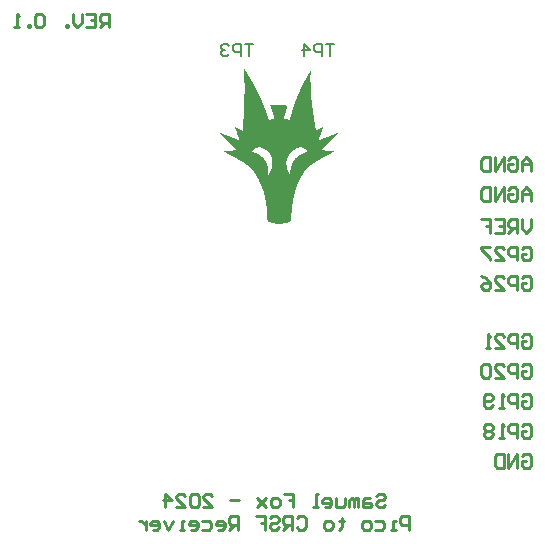
<source format=gbo>
G04*
G04 #@! TF.GenerationSoftware,Altium Limited,Altium Designer,24.1.2 (44)*
G04*
G04 Layer_Color=32896*
%FSLAX25Y25*%
%MOIN*%
G70*
G04*
G04 #@! TF.SameCoordinates,C804618F-CC2D-40EB-8674-F133FD29D43B*
G04*
G04*
G04 #@! TF.FilePolarity,Positive*
G04*
G01*
G75*
%ADD14C,0.00900*%
%ADD15C,0.00800*%
G36*
X87500Y170000D02*
X87545D01*
Y169909D01*
X87590D01*
Y169864D01*
X87636D01*
Y169774D01*
X87681D01*
Y169728D01*
X87726D01*
Y169638D01*
X87772D01*
Y169547D01*
X87817D01*
Y169502D01*
X87862D01*
Y169411D01*
X87907D01*
Y169321D01*
X87953D01*
Y169230D01*
X87998D01*
Y169185D01*
X88043D01*
Y169095D01*
X88089D01*
Y169004D01*
X88134D01*
Y168959D01*
X88179D01*
Y168868D01*
X88224D01*
Y168823D01*
X88270D01*
Y168732D01*
X88315D01*
Y168642D01*
X88360D01*
Y168596D01*
X88406D01*
Y168506D01*
X88451D01*
Y168461D01*
X88496D01*
Y168325D01*
X88541D01*
Y168280D01*
X88587D01*
Y168189D01*
X88632D01*
Y168098D01*
X88677D01*
Y168053D01*
X88722D01*
Y167963D01*
X88768D01*
Y167917D01*
X88813D01*
Y167781D01*
X88858D01*
Y167736D01*
X88904D01*
Y167691D01*
X88949D01*
Y167555D01*
X88994D01*
Y167510D01*
X89039D01*
Y167419D01*
X89085D01*
Y167329D01*
X89130D01*
Y167283D01*
X89175D01*
Y167193D01*
X89220D01*
Y167102D01*
X89266D01*
Y167012D01*
X89311D01*
Y166966D01*
X89356D01*
Y166876D01*
X89402D01*
Y166785D01*
X89447D01*
Y166740D01*
X89492D01*
Y166649D01*
X89538D01*
Y166559D01*
X89583D01*
Y166468D01*
X89628D01*
Y166423D01*
X89673D01*
Y166333D01*
X89719D01*
Y166242D01*
X89764D01*
Y166197D01*
X89809D01*
Y166106D01*
X89854D01*
Y166016D01*
X89900D01*
Y165925D01*
X89945D01*
Y165834D01*
X89990D01*
Y165789D01*
X90035D01*
Y165699D01*
X90081D01*
Y165608D01*
X90126D01*
Y165518D01*
X90171D01*
Y165472D01*
X90217D01*
Y165382D01*
X90262D01*
Y165291D01*
X90307D01*
Y165246D01*
X90352D01*
Y165110D01*
X90398D01*
Y165065D01*
X90443D01*
Y164974D01*
X90488D01*
Y164884D01*
X90534D01*
Y164793D01*
X90579D01*
Y164703D01*
X90624D01*
Y164657D01*
X90669D01*
Y164567D01*
X90715D01*
Y164476D01*
X90760D01*
Y164386D01*
X90805D01*
Y164295D01*
X90851D01*
Y164250D01*
X90896D01*
Y164159D01*
X90941D01*
Y164069D01*
X90986D01*
Y163978D01*
X91032D01*
Y163888D01*
X91077D01*
Y163842D01*
X91122D01*
Y163707D01*
X91167D01*
Y163661D01*
X91213D01*
Y163525D01*
X91258D01*
Y163480D01*
X91303D01*
Y163390D01*
X91348D01*
Y163299D01*
X91394D01*
Y163254D01*
X91439D01*
Y163118D01*
X91484D01*
Y163073D01*
X91530D01*
Y162937D01*
X91575D01*
Y162891D01*
X91620D01*
Y162801D01*
X91666D01*
Y162710D01*
X91711D01*
Y162620D01*
X91756D01*
Y162529D01*
X91801D01*
Y162439D01*
X91847D01*
Y162348D01*
X91892D01*
Y162258D01*
X91937D01*
Y162167D01*
X91982D01*
Y162076D01*
X92028D01*
Y161986D01*
X92073D01*
Y161895D01*
X92118D01*
Y161805D01*
X92163D01*
Y161714D01*
X92209D01*
Y161624D01*
X92254D01*
Y161533D01*
X92299D01*
Y161443D01*
X92345D01*
Y161352D01*
X92390D01*
Y161262D01*
X92435D01*
Y161171D01*
X92480D01*
Y161081D01*
X92526D01*
Y160945D01*
X92571D01*
Y160899D01*
X92616D01*
Y160764D01*
X92662D01*
Y160718D01*
X92707D01*
Y160628D01*
X92752D01*
Y160492D01*
X92797D01*
Y160447D01*
X92843D01*
Y160311D01*
X92888D01*
Y160220D01*
X92933D01*
Y160130D01*
X92979D01*
Y159994D01*
X93024D01*
Y159949D01*
X93069D01*
Y159813D01*
X93114D01*
Y159722D01*
X93160D01*
Y159632D01*
X93205D01*
Y159541D01*
X93250D01*
Y159450D01*
X93295D01*
Y159315D01*
X93341D01*
Y159224D01*
X93386D01*
Y159088D01*
X93431D01*
Y158998D01*
X93476D01*
Y158907D01*
X93522D01*
Y158771D01*
X93567D01*
Y158726D01*
X93612D01*
Y158590D01*
X93658D01*
Y158500D01*
X93703D01*
Y158364D01*
X93748D01*
Y158273D01*
X93793D01*
Y158183D01*
X93839D01*
Y158047D01*
X93884D01*
Y157956D01*
X93929D01*
Y157820D01*
X93975D01*
Y157730D01*
X94020D01*
Y157594D01*
X94065D01*
Y157504D01*
X94110D01*
Y157413D01*
X94156D01*
Y157232D01*
X94201D01*
Y157187D01*
X94246D01*
Y157006D01*
X94292D01*
Y156915D01*
X94337D01*
Y156824D01*
X94382D01*
Y156643D01*
X94427D01*
Y156598D01*
X94473D01*
Y156417D01*
X94518D01*
Y156326D01*
X94563D01*
Y156191D01*
X94608D01*
Y156055D01*
X94654D01*
Y155964D01*
X94699D01*
Y155783D01*
X94744D01*
Y155693D01*
X94790D01*
Y155557D01*
X94835D01*
Y155421D01*
X94880D01*
Y155330D01*
X94925D01*
Y155149D01*
X94971D01*
Y155059D01*
X95016D01*
Y154877D01*
X95061D01*
Y154787D01*
X95107D01*
Y154651D01*
X95152D01*
Y154470D01*
X95197D01*
Y154379D01*
X95242D01*
Y154198D01*
X95288D01*
Y154108D01*
X95333D01*
Y153927D01*
X95378D01*
Y153791D01*
X95424D01*
Y153655D01*
X95469D01*
Y153474D01*
X95514D01*
Y153338D01*
X95559D01*
Y153157D01*
X95605D01*
Y153021D01*
X95650D01*
Y152840D01*
X95695D01*
Y152750D01*
X95921D01*
Y152795D01*
X96057D01*
Y152840D01*
X96284D01*
Y152885D01*
X96374D01*
Y152931D01*
X96601D01*
Y152976D01*
X96737D01*
Y153021D01*
X96872D01*
Y153067D01*
X97099D01*
Y153112D01*
X97189D01*
Y153157D01*
X97416D01*
Y153202D01*
X97506D01*
Y153248D01*
X97597D01*
Y153293D01*
X97642D01*
Y153429D01*
X97597D01*
Y153610D01*
X97552D01*
Y153700D01*
X97506D01*
Y153927D01*
X97461D01*
Y154017D01*
X97416D01*
Y154244D01*
X97370D01*
Y154334D01*
X97325D01*
Y154515D01*
X97280D01*
Y154651D01*
X97234D01*
Y154742D01*
X97189D01*
Y154968D01*
X97144D01*
Y155059D01*
X97099D01*
Y155240D01*
X97053D01*
Y155376D01*
X97008D01*
Y155466D01*
X96963D01*
Y155647D01*
X96918D01*
Y155738D01*
X96872D01*
Y155919D01*
X96827D01*
Y156009D01*
X96782D01*
Y156145D01*
X96737D01*
Y156281D01*
X96691D01*
Y156372D01*
X96646D01*
Y156553D01*
X96601D01*
Y156643D01*
X96555D01*
Y156779D01*
X96510D01*
Y156915D01*
X96465D01*
Y157006D01*
X96420D01*
Y157187D01*
X96374D01*
Y157232D01*
X96329D01*
Y157413D01*
X96284D01*
Y157504D01*
X96238D01*
Y157594D01*
X96374D01*
Y157639D01*
X96737D01*
Y157685D01*
X97099D01*
Y157730D01*
X98185D01*
Y157775D01*
X99181D01*
Y157730D01*
X100223D01*
Y157685D01*
X100630D01*
Y157639D01*
X100993D01*
Y157594D01*
X101400D01*
Y157549D01*
X101626D01*
Y157504D01*
X101943D01*
Y157323D01*
X101898D01*
Y157232D01*
X101853D01*
Y157051D01*
X101807D01*
Y156960D01*
X101762D01*
Y156734D01*
X101717D01*
Y156643D01*
X101672D01*
Y156508D01*
X101626D01*
Y156326D01*
X101581D01*
Y156236D01*
X101536D01*
Y156009D01*
X101490D01*
Y155919D01*
X101445D01*
Y155738D01*
X101400D01*
Y155557D01*
X101355D01*
Y155466D01*
X101309D01*
Y155240D01*
X101264D01*
Y155104D01*
X101219D01*
Y154877D01*
X101174D01*
Y154742D01*
X101128D01*
Y154606D01*
X101083D01*
Y154379D01*
X101038D01*
Y154289D01*
X100993D01*
Y154017D01*
X100947D01*
Y153881D01*
X100902D01*
Y153700D01*
X100857D01*
Y153519D01*
X100811D01*
Y153383D01*
X100766D01*
Y153248D01*
X100811D01*
Y153202D01*
X100902D01*
Y153157D01*
X101174D01*
Y153112D01*
X101309D01*
Y153067D01*
X101536D01*
Y153021D01*
X101717D01*
Y152976D01*
X101898D01*
Y152931D01*
X102124D01*
Y152885D01*
X102260D01*
Y152840D01*
X102532D01*
Y152795D01*
X102622D01*
Y152750D01*
X102713D01*
Y152840D01*
X102758D01*
Y152931D01*
X102804D01*
Y153112D01*
X102849D01*
Y153338D01*
X102894D01*
Y153474D01*
X102939D01*
Y153700D01*
X102985D01*
Y153836D01*
X103030D01*
Y154017D01*
X103075D01*
Y154198D01*
X103121D01*
Y154334D01*
X103166D01*
Y154561D01*
X103211D01*
Y154651D01*
X103256D01*
Y154877D01*
X103302D01*
Y155013D01*
X103347D01*
Y155104D01*
X103392D01*
Y155330D01*
X103437D01*
Y155421D01*
X103483D01*
Y155647D01*
X103528D01*
Y155738D01*
X103573D01*
Y155919D01*
X103619D01*
Y156055D01*
X103664D01*
Y156191D01*
X103709D01*
Y156372D01*
X103754D01*
Y156462D01*
X103800D01*
Y156643D01*
X103845D01*
Y156779D01*
X103890D01*
Y156870D01*
X103936D01*
Y157051D01*
X103981D01*
Y157141D01*
X104026D01*
Y157323D01*
X104071D01*
Y157413D01*
X104117D01*
Y157549D01*
X104162D01*
Y157730D01*
X104207D01*
Y157820D01*
X104252D01*
Y158002D01*
X104298D01*
Y158092D01*
X104343D01*
Y158228D01*
X104388D01*
Y158364D01*
X104434D01*
Y158454D01*
X104479D01*
Y158635D01*
X104524D01*
Y158681D01*
X104569D01*
Y158862D01*
X104615D01*
Y158952D01*
X104660D01*
Y159088D01*
X104705D01*
Y159224D01*
X104751D01*
Y159315D01*
X104796D01*
Y159450D01*
X104841D01*
Y159541D01*
X104886D01*
Y159677D01*
X104932D01*
Y159813D01*
X104977D01*
Y159903D01*
X105022D01*
Y160039D01*
X105067D01*
Y160130D01*
X105113D01*
Y160266D01*
X105158D01*
Y160356D01*
X105203D01*
Y160447D01*
X105248D01*
Y160582D01*
X105294D01*
Y160673D01*
X105339D01*
Y160809D01*
X105384D01*
Y160899D01*
X105430D01*
Y161035D01*
X105475D01*
Y161126D01*
X105520D01*
Y161216D01*
X105566D01*
Y161352D01*
X105611D01*
Y161443D01*
X105656D01*
Y161579D01*
X105701D01*
Y161669D01*
X105747D01*
Y161760D01*
X105792D01*
Y161895D01*
X105837D01*
Y161941D01*
X105882D01*
Y162076D01*
X105928D01*
Y162167D01*
X105973D01*
Y162303D01*
X106018D01*
Y162393D01*
X106063D01*
Y162484D01*
X106109D01*
Y162575D01*
X106154D01*
Y162665D01*
X106199D01*
Y162801D01*
X106245D01*
Y162846D01*
X106290D01*
Y162982D01*
X106335D01*
Y163073D01*
X106380D01*
Y163163D01*
X106426D01*
Y163299D01*
X106471D01*
Y163344D01*
X106516D01*
Y163480D01*
X106562D01*
Y163525D01*
X106607D01*
Y163616D01*
X106652D01*
Y163752D01*
X106697D01*
Y163797D01*
X106743D01*
Y163933D01*
X106788D01*
Y164023D01*
X106833D01*
Y164114D01*
X106878D01*
Y164205D01*
X106924D01*
Y164295D01*
X106969D01*
Y164386D01*
X107014D01*
Y164476D01*
X107060D01*
Y164567D01*
X107105D01*
Y164657D01*
X107150D01*
Y164748D01*
X107195D01*
Y164838D01*
X107241D01*
Y164884D01*
X107286D01*
Y165020D01*
X107331D01*
Y165110D01*
X107377D01*
Y165201D01*
X107422D01*
Y165291D01*
X107467D01*
Y165337D01*
X107512D01*
Y165472D01*
X107558D01*
Y165518D01*
X107603D01*
Y165608D01*
X107648D01*
Y165699D01*
X107694D01*
Y165789D01*
X107739D01*
Y165880D01*
X107784D01*
Y165925D01*
X107829D01*
Y166061D01*
X107875D01*
Y166106D01*
X107920D01*
Y166197D01*
X107965D01*
Y166287D01*
X108010D01*
Y166378D01*
X108056D01*
Y166468D01*
X108101D01*
Y166514D01*
X108146D01*
Y166604D01*
X108192D01*
Y166695D01*
X108237D01*
Y166785D01*
X108282D01*
Y166876D01*
X108327D01*
Y166921D01*
X108373D01*
Y167012D01*
X108418D01*
Y167102D01*
X108463D01*
Y167193D01*
X108509D01*
Y167238D01*
X108554D01*
Y167329D01*
X108599D01*
Y167419D01*
X108644D01*
Y167464D01*
X108690D01*
Y167555D01*
X108735D01*
Y167646D01*
X108780D01*
Y167691D01*
X108825D01*
Y167781D01*
X108871D01*
Y167827D01*
X108916D01*
Y167963D01*
X108961D01*
Y168008D01*
X109007D01*
Y168098D01*
X109052D01*
Y168189D01*
X109097D01*
Y168234D01*
X109142D01*
Y168325D01*
X109188D01*
Y168370D01*
X109233D01*
Y168461D01*
X109278D01*
Y168506D01*
X109324D01*
Y168596D01*
X109369D01*
Y168687D01*
X109414D01*
Y168732D01*
X109459D01*
Y168823D01*
X109505D01*
Y168868D01*
X109550D01*
Y168959D01*
X109595D01*
Y169004D01*
X109640D01*
Y168959D01*
X109686D01*
Y168823D01*
X109640D01*
Y167691D01*
X109595D01*
Y165382D01*
X109640D01*
Y164159D01*
X109686D01*
Y162846D01*
X109731D01*
Y162348D01*
X109776D01*
Y161443D01*
X109821D01*
Y160990D01*
X109867D01*
Y160447D01*
X109912D01*
Y159858D01*
X109957D01*
Y159496D01*
X110003D01*
Y158907D01*
X110048D01*
Y158590D01*
X110093D01*
Y158183D01*
X110138D01*
Y157775D01*
X110184D01*
Y157458D01*
X110229D01*
Y156915D01*
X110274D01*
Y156643D01*
X110319D01*
Y156236D01*
X110365D01*
Y155964D01*
X110410D01*
Y155647D01*
X110455D01*
Y155240D01*
X110501D01*
Y155013D01*
X110546D01*
Y154561D01*
X110591D01*
Y154334D01*
X110636D01*
Y153972D01*
X110682D01*
Y153700D01*
X110727D01*
Y153474D01*
X110772D01*
Y153067D01*
X110818D01*
Y152885D01*
X110863D01*
Y152478D01*
X110908D01*
Y152252D01*
X110953D01*
Y151980D01*
X110999D01*
Y151618D01*
X111044D01*
Y151436D01*
X111089D01*
Y151074D01*
X111135D01*
Y150893D01*
X111180D01*
Y150576D01*
X111225D01*
Y150350D01*
X111270D01*
Y150124D01*
X111316D01*
Y149761D01*
X111361D01*
Y149580D01*
X111406D01*
Y149263D01*
X111451D01*
Y149218D01*
X111542D01*
Y149263D01*
X111678D01*
Y149309D01*
X111723D01*
Y149354D01*
X111859D01*
Y149399D01*
X111904D01*
Y149444D01*
X111995D01*
Y149490D01*
X112085D01*
Y149535D01*
X112176D01*
Y149580D01*
X112267D01*
Y149625D01*
X112357D01*
Y149671D01*
X112448D01*
Y149716D01*
X112538D01*
Y149761D01*
X112583D01*
Y149806D01*
X112719D01*
Y149852D01*
X112765D01*
Y149897D01*
X112900D01*
Y149942D01*
X112946D01*
Y149988D01*
X113036D01*
Y150033D01*
X113127D01*
Y150078D01*
X113217D01*
Y150124D01*
X113308D01*
Y150169D01*
X113353D01*
Y150214D01*
X113489D01*
Y150259D01*
X113579D01*
Y150305D01*
X113625D01*
Y150350D01*
X113715D01*
Y150395D01*
X113806D01*
Y150169D01*
X113761D01*
Y150078D01*
X113715D01*
Y149942D01*
X113670D01*
Y149806D01*
X113625D01*
Y149716D01*
X113579D01*
Y149535D01*
X113534D01*
Y149444D01*
X113489D01*
Y149263D01*
X113444D01*
Y149173D01*
X113398D01*
Y149037D01*
X113353D01*
Y148901D01*
X113308D01*
Y148810D01*
X113262D01*
Y148584D01*
X113217D01*
Y148539D01*
X113172D01*
Y148358D01*
X113127D01*
Y148222D01*
X113081D01*
Y148131D01*
X113036D01*
Y147950D01*
X112991D01*
Y147860D01*
X112946D01*
Y147678D01*
X112900D01*
Y147588D01*
X112855D01*
Y147452D01*
X112810D01*
Y147316D01*
X112765D01*
Y147226D01*
X112719D01*
Y147045D01*
X112674D01*
Y146954D01*
X112629D01*
Y146773D01*
X112583D01*
Y146682D01*
X112538D01*
Y146547D01*
X112493D01*
Y146411D01*
X112448D01*
Y146320D01*
X112402D01*
Y146139D01*
X112357D01*
Y145958D01*
X112402D01*
Y146003D01*
X112583D01*
Y146048D01*
X112674D01*
Y146094D01*
X112810D01*
Y146139D01*
X112900D01*
Y146184D01*
X113036D01*
Y146230D01*
X113172D01*
Y146275D01*
X113262D01*
Y146320D01*
X113398D01*
Y146365D01*
X113489D01*
Y146411D01*
X113625D01*
Y146456D01*
X113715D01*
Y146501D01*
X113806D01*
Y146547D01*
X113942D01*
Y146592D01*
X114032D01*
Y146637D01*
X114168D01*
Y146682D01*
X114304D01*
Y146728D01*
X114394D01*
Y146773D01*
X114530D01*
Y146818D01*
X114621D01*
Y146863D01*
X114757D01*
Y146909D01*
X114847D01*
Y146954D01*
X114983D01*
Y146999D01*
X115074D01*
Y147045D01*
X115209D01*
Y147090D01*
X115345D01*
Y147135D01*
X115391D01*
Y147180D01*
X115572D01*
Y147226D01*
X115662D01*
Y147271D01*
X115798D01*
Y147316D01*
X115934D01*
Y147362D01*
X115979D01*
Y147407D01*
X116160D01*
Y147452D01*
X116251D01*
Y147497D01*
X116387D01*
Y147543D01*
X116477D01*
Y147588D01*
X116568D01*
Y147633D01*
X116704D01*
Y147678D01*
X116794D01*
Y147724D01*
X116975D01*
Y147769D01*
X117020D01*
Y147814D01*
X117156D01*
Y147860D01*
X117292D01*
Y147905D01*
X117383D01*
Y147950D01*
X117519D01*
Y147995D01*
X117609D01*
Y148041D01*
X117745D01*
Y148086D01*
X117835D01*
Y148131D01*
X117926D01*
Y148177D01*
X118107D01*
Y148222D01*
X118198D01*
Y148267D01*
X118333D01*
Y148312D01*
X118424D01*
Y148358D01*
X118560D01*
Y148403D01*
X118650D01*
Y148448D01*
X118741D01*
Y148494D01*
X118832D01*
Y148403D01*
X118786D01*
Y148358D01*
X118741D01*
Y148312D01*
X118696D01*
Y148267D01*
X118650D01*
Y148222D01*
X118605D01*
Y148177D01*
X118560D01*
Y148131D01*
X118515D01*
Y148086D01*
X118469D01*
Y148041D01*
X118424D01*
Y147995D01*
X118379D01*
Y147905D01*
X118333D01*
Y147860D01*
X118288D01*
Y147814D01*
X118243D01*
Y147769D01*
X118198D01*
Y147724D01*
X118152D01*
Y147678D01*
X118107D01*
Y147633D01*
X118062D01*
Y147588D01*
X118017D01*
Y147543D01*
X117971D01*
Y147497D01*
X117926D01*
Y147452D01*
X117881D01*
Y147407D01*
X117835D01*
Y147362D01*
X117790D01*
Y147316D01*
X117745D01*
Y147271D01*
X117700D01*
Y147226D01*
X117654D01*
Y147180D01*
X117609D01*
Y147135D01*
X117564D01*
Y147090D01*
X117519D01*
Y147045D01*
X117473D01*
Y146999D01*
X117428D01*
Y146954D01*
X117383D01*
Y146909D01*
X117338D01*
Y146863D01*
X117292D01*
Y146818D01*
X117247D01*
Y146773D01*
X117202D01*
Y146728D01*
X117156D01*
Y146682D01*
X117111D01*
Y146637D01*
X117066D01*
Y146592D01*
X117020D01*
Y146547D01*
X116975D01*
Y146501D01*
X116930D01*
Y146456D01*
X116885D01*
Y146411D01*
X116839D01*
Y146365D01*
X116794D01*
Y146320D01*
X116749D01*
Y146275D01*
X116704D01*
Y146230D01*
X116658D01*
Y146184D01*
X116613D01*
Y146139D01*
X116568D01*
Y146094D01*
X116523D01*
Y146048D01*
X116477D01*
Y146003D01*
X116432D01*
Y145958D01*
X116387D01*
Y145913D01*
X116341D01*
Y145867D01*
X116296D01*
Y145777D01*
X116206D01*
Y145686D01*
X116115D01*
Y145641D01*
X116070D01*
Y145551D01*
X115979D01*
Y145460D01*
X115889D01*
Y145369D01*
X115843D01*
Y145324D01*
X115798D01*
Y145279D01*
X115753D01*
Y145234D01*
X115708D01*
Y145188D01*
X115662D01*
Y145143D01*
X115617D01*
Y145098D01*
X115572D01*
Y145052D01*
X115526D01*
Y145007D01*
X115481D01*
Y144962D01*
X115436D01*
Y144917D01*
X115391D01*
Y144871D01*
X115345D01*
Y144826D01*
X115300D01*
Y144781D01*
X115255D01*
Y144736D01*
X115209D01*
Y144690D01*
X115164D01*
Y144645D01*
X115119D01*
Y144600D01*
X115074D01*
Y144554D01*
X115028D01*
Y144509D01*
X114983D01*
Y144464D01*
X114938D01*
Y144419D01*
X114892D01*
Y144373D01*
X114847D01*
Y144328D01*
X114802D01*
Y144283D01*
X114757D01*
Y144237D01*
X114711D01*
Y144192D01*
X114666D01*
Y144147D01*
X114621D01*
Y144102D01*
X114576D01*
Y144056D01*
X114530D01*
Y144011D01*
X114485D01*
Y143966D01*
X114440D01*
Y143921D01*
X114394D01*
Y143875D01*
X114349D01*
Y143830D01*
X114304D01*
Y143785D01*
X114259D01*
Y143739D01*
X114213D01*
Y143694D01*
X114168D01*
Y143649D01*
X114123D01*
Y143604D01*
X114077D01*
Y143558D01*
X114032D01*
Y143513D01*
X113987D01*
Y143468D01*
X113942D01*
Y143422D01*
X113896D01*
Y143377D01*
X113851D01*
Y143332D01*
X113806D01*
Y143287D01*
X113761D01*
Y143241D01*
X113715D01*
Y143151D01*
X113670D01*
Y143105D01*
X113625D01*
Y143060D01*
X113579D01*
Y143015D01*
X113534D01*
Y142970D01*
X113489D01*
Y142924D01*
X113444D01*
Y142879D01*
X113398D01*
Y142834D01*
X113353D01*
Y142789D01*
X113308D01*
Y142743D01*
X113262D01*
Y142653D01*
X113806D01*
Y142607D01*
X114621D01*
Y142562D01*
X115119D01*
Y142517D01*
X115979D01*
Y142472D01*
X116477D01*
Y142426D01*
X117247D01*
Y142381D01*
X117609D01*
Y142336D01*
X117564D01*
Y142291D01*
X117519D01*
Y142245D01*
X117473D01*
Y142200D01*
X117338D01*
Y142155D01*
X117292D01*
Y142109D01*
X117247D01*
Y142064D01*
X117156D01*
Y142019D01*
X117066D01*
Y141974D01*
X116975D01*
Y141928D01*
X116930D01*
Y141883D01*
X116839D01*
Y141838D01*
X116749D01*
Y141793D01*
X116704D01*
Y141747D01*
X116613D01*
Y141702D01*
X116568D01*
Y141657D01*
X116432D01*
Y141611D01*
X116387D01*
Y141566D01*
X116296D01*
Y141521D01*
X116206D01*
Y141476D01*
X116160D01*
Y141430D01*
X116024D01*
Y141385D01*
X115979D01*
Y141340D01*
X115889D01*
Y141295D01*
X115798D01*
Y141249D01*
X115753D01*
Y141204D01*
X115617D01*
Y141159D01*
X115572D01*
Y141113D01*
X115436D01*
Y141068D01*
X115391D01*
Y141023D01*
X115300D01*
Y140978D01*
X115209D01*
Y140932D01*
X115164D01*
Y140887D01*
X115028D01*
Y140842D01*
X114983D01*
Y140796D01*
X114892D01*
Y140751D01*
X114802D01*
Y140706D01*
X114711D01*
Y140661D01*
X114621D01*
Y140615D01*
X114576D01*
Y140570D01*
X114440D01*
Y140525D01*
X114394D01*
Y140480D01*
X114304D01*
Y140434D01*
X114213D01*
Y140389D01*
X114123D01*
Y140344D01*
X114032D01*
Y140298D01*
X113942D01*
Y140253D01*
X113851D01*
Y140208D01*
X113761D01*
Y140163D01*
X113715D01*
Y140117D01*
X113579D01*
Y140072D01*
X113534D01*
Y140027D01*
X113444D01*
Y139981D01*
X113353D01*
Y139936D01*
X113262D01*
Y139891D01*
X113172D01*
Y139846D01*
X113127D01*
Y139800D01*
X112991D01*
Y139755D01*
X112946D01*
Y139710D01*
X112855D01*
Y139664D01*
X112765D01*
Y139619D01*
X112719D01*
Y139574D01*
X112583D01*
Y139529D01*
X112538D01*
Y139483D01*
X112448D01*
Y139438D01*
X112357D01*
Y139393D01*
X112267D01*
Y139348D01*
X112176D01*
Y139302D01*
X112131D01*
Y139257D01*
X112040D01*
Y139212D01*
X111995D01*
Y139166D01*
X111904D01*
Y139121D01*
X111814D01*
Y139076D01*
X111723D01*
Y139031D01*
X111633D01*
Y138985D01*
X111587D01*
Y138940D01*
X111497D01*
Y138895D01*
X111451D01*
Y138849D01*
X111361D01*
Y138804D01*
X111270D01*
Y138759D01*
X111225D01*
Y138714D01*
X111135D01*
Y138668D01*
X111089D01*
Y138623D01*
X110999D01*
Y138578D01*
X110953D01*
Y138533D01*
X110863D01*
Y138487D01*
X110772D01*
Y138442D01*
X110727D01*
Y138397D01*
X110636D01*
Y138352D01*
X110591D01*
Y138306D01*
X110501D01*
Y138261D01*
X110455D01*
Y138216D01*
X110410D01*
Y138170D01*
X110319D01*
Y138125D01*
X110274D01*
Y138080D01*
X110184D01*
Y138034D01*
X110138D01*
Y137989D01*
X110093D01*
Y137944D01*
X110003D01*
Y137899D01*
X109957D01*
Y137853D01*
X109867D01*
Y137808D01*
X109821D01*
Y137763D01*
X109776D01*
Y137718D01*
X109686D01*
Y137672D01*
X109640D01*
Y137627D01*
X109595D01*
Y137582D01*
X109550D01*
Y137537D01*
X109459D01*
Y137491D01*
X109414D01*
Y137446D01*
X109369D01*
Y137401D01*
X109278D01*
Y137355D01*
X109233D01*
Y137310D01*
X109188D01*
Y137265D01*
X109142D01*
Y137220D01*
X109097D01*
Y137174D01*
X109052D01*
Y137129D01*
X109007D01*
Y137084D01*
X108961D01*
Y137038D01*
X108916D01*
Y136993D01*
X108825D01*
Y136948D01*
X108780D01*
Y136903D01*
X108735D01*
Y136857D01*
X108690D01*
Y136812D01*
X108644D01*
Y136767D01*
X108599D01*
Y136722D01*
X108554D01*
Y136676D01*
X108509D01*
Y136631D01*
X108463D01*
Y136586D01*
X108418D01*
Y136540D01*
X108373D01*
Y136495D01*
X108327D01*
Y136450D01*
X108282D01*
Y136405D01*
X108237D01*
Y136359D01*
X108192D01*
Y136314D01*
X108146D01*
Y136223D01*
X108101D01*
Y136178D01*
X108056D01*
Y136133D01*
X108010D01*
Y136088D01*
X107965D01*
Y136042D01*
X107920D01*
Y135997D01*
X107875D01*
Y135907D01*
X107829D01*
Y135861D01*
X107784D01*
Y135816D01*
X107739D01*
Y135725D01*
X107694D01*
Y135680D01*
X107648D01*
Y135635D01*
X107603D01*
Y135544D01*
X107558D01*
Y135454D01*
X107512D01*
Y135363D01*
X107467D01*
Y135318D01*
X107422D01*
Y135273D01*
X107377D01*
Y135182D01*
X107331D01*
Y135137D01*
X107286D01*
Y135046D01*
X107241D01*
Y135001D01*
X107195D01*
Y134910D01*
X107150D01*
Y134820D01*
X107105D01*
Y134775D01*
X107060D01*
Y134684D01*
X107014D01*
Y134639D01*
X106969D01*
Y134503D01*
X106924D01*
Y134458D01*
X106878D01*
Y134367D01*
X106833D01*
Y134322D01*
X106788D01*
Y134231D01*
X106743D01*
Y134141D01*
X106697D01*
Y134095D01*
X106652D01*
Y134005D01*
X106607D01*
Y133914D01*
X106562D01*
Y133824D01*
X106516D01*
Y133733D01*
X106471D01*
Y133688D01*
X106426D01*
Y133552D01*
X106380D01*
Y133507D01*
X106335D01*
Y133416D01*
X106290D01*
Y133326D01*
X106245D01*
Y133281D01*
X106199D01*
Y133145D01*
X106154D01*
Y133099D01*
X106109D01*
Y132964D01*
X106063D01*
Y132918D01*
X106018D01*
Y132828D01*
X105973D01*
Y132692D01*
X105928D01*
Y132647D01*
X105882D01*
Y132511D01*
X105837D01*
Y132466D01*
X105792D01*
Y132330D01*
X105747D01*
Y132239D01*
X105701D01*
Y132149D01*
X105656D01*
Y132013D01*
X105611D01*
Y131967D01*
X105566D01*
Y131832D01*
X105520D01*
Y131741D01*
X105475D01*
Y131650D01*
X105430D01*
Y131515D01*
X105384D01*
Y131424D01*
X105339D01*
Y131288D01*
X105294D01*
Y131198D01*
X105248D01*
Y131062D01*
X105203D01*
Y130971D01*
X105158D01*
Y130881D01*
X105113D01*
Y130700D01*
X105067D01*
Y130654D01*
X105022D01*
Y130473D01*
X104977D01*
Y130383D01*
X104932D01*
Y130247D01*
X104886D01*
Y130066D01*
X104841D01*
Y129975D01*
X104796D01*
Y129794D01*
X104751D01*
Y129704D01*
X104705D01*
Y129523D01*
X104660D01*
Y129387D01*
X104615D01*
Y129251D01*
X104569D01*
Y129070D01*
X104524D01*
Y128979D01*
X104479D01*
Y128753D01*
X104434D01*
Y128617D01*
X104388D01*
Y128436D01*
X104343D01*
Y128209D01*
X104298D01*
Y128119D01*
X104252D01*
Y127847D01*
X104207D01*
Y127711D01*
X104162D01*
Y127485D01*
X104117D01*
Y127259D01*
X104071D01*
Y127123D01*
X104026D01*
Y126851D01*
X103981D01*
Y126670D01*
X103936D01*
Y126353D01*
X103890D01*
Y126127D01*
X103845D01*
Y125900D01*
X103800D01*
Y125583D01*
X103754D01*
Y125402D01*
X103709D01*
Y124995D01*
X103664D01*
Y124768D01*
X103619D01*
Y124406D01*
X103573D01*
Y124044D01*
X103528D01*
Y123772D01*
X103483D01*
Y123274D01*
X103437D01*
Y123003D01*
X103392D01*
Y122414D01*
X103347D01*
Y122052D01*
X103302D01*
Y121599D01*
X103256D01*
Y120920D01*
X103211D01*
Y120558D01*
X103166D01*
Y119697D01*
X103121D01*
Y119199D01*
X103075D01*
Y119018D01*
X103030D01*
Y118973D01*
X102985D01*
Y118928D01*
X102849D01*
Y118882D01*
X102804D01*
Y118837D01*
X102622D01*
Y118792D01*
X102577D01*
Y118747D01*
X102396D01*
Y118701D01*
X102305D01*
Y118656D01*
X102215D01*
Y118611D01*
X102034D01*
Y118565D01*
X101898D01*
Y118520D01*
X101717D01*
Y118475D01*
X101581D01*
Y118430D01*
X101355D01*
Y118384D01*
X101128D01*
Y118339D01*
X100947D01*
Y118294D01*
X100585D01*
Y118248D01*
X100359D01*
Y118203D01*
X99589D01*
Y118158D01*
X98819D01*
Y118203D01*
X98095D01*
Y118248D01*
X97868D01*
Y118294D01*
X97506D01*
Y118339D01*
X97280D01*
Y118384D01*
X97099D01*
Y118430D01*
X96872D01*
Y118475D01*
X96737D01*
Y118520D01*
X96555D01*
Y118565D01*
X96420D01*
Y118611D01*
X96238D01*
Y118656D01*
X96148D01*
Y118701D01*
X96012D01*
Y118747D01*
X95876D01*
Y118792D01*
X95786D01*
Y118837D01*
X95650D01*
Y118882D01*
X95559D01*
Y118928D01*
X95469D01*
Y118973D01*
X95333D01*
Y119335D01*
X95288D01*
Y120286D01*
X95242D01*
Y121418D01*
X95197D01*
Y121961D01*
X95152D01*
Y122505D01*
X95107D01*
Y123093D01*
X95061D01*
Y123410D01*
X95016D01*
Y123908D01*
X94971D01*
Y124180D01*
X94925D01*
Y124633D01*
X94880D01*
Y124859D01*
X94835D01*
Y125131D01*
X94790D01*
Y125493D01*
X94744D01*
Y125674D01*
X94699D01*
Y125991D01*
X94654D01*
Y126172D01*
X94608D01*
Y126398D01*
X94563D01*
Y126670D01*
X94518D01*
Y126806D01*
X94473D01*
Y127077D01*
X94427D01*
Y127213D01*
X94382D01*
Y127440D01*
X94337D01*
Y127621D01*
X94292D01*
Y127802D01*
X94246D01*
Y128028D01*
X94201D01*
Y128119D01*
X94156D01*
Y128345D01*
X94110D01*
Y128436D01*
X94065D01*
Y128617D01*
X94020D01*
Y128798D01*
X93975D01*
Y128934D01*
X93929D01*
Y129115D01*
X93884D01*
Y129206D01*
X93839D01*
Y129387D01*
X93793D01*
Y129477D01*
X93748D01*
Y129613D01*
X93703D01*
Y129794D01*
X93658D01*
Y129885D01*
X93612D01*
Y130066D01*
X93567D01*
Y130111D01*
X93522D01*
Y130247D01*
X93476D01*
Y130383D01*
X93431D01*
Y130473D01*
X93386D01*
Y130654D01*
X93341D01*
Y130700D01*
X93295D01*
Y130881D01*
X93250D01*
Y130971D01*
X93205D01*
Y131062D01*
X93160D01*
Y131198D01*
X93114D01*
Y131243D01*
X93069D01*
Y131379D01*
X93024D01*
Y131469D01*
X92979D01*
Y131560D01*
X92933D01*
Y131696D01*
X92888D01*
Y131786D01*
X92843D01*
Y131877D01*
X92797D01*
Y131967D01*
X92752D01*
Y132058D01*
X92707D01*
Y132149D01*
X92662D01*
Y132239D01*
X92616D01*
Y132375D01*
X92571D01*
Y132420D01*
X92526D01*
Y132556D01*
X92480D01*
Y132601D01*
X92435D01*
Y132692D01*
X92390D01*
Y132782D01*
X92345D01*
Y132873D01*
X92299D01*
Y132964D01*
X92254D01*
Y133009D01*
X92209D01*
Y133145D01*
X92163D01*
Y133190D01*
X92118D01*
Y133281D01*
X92073D01*
Y133371D01*
X92028D01*
Y133462D01*
X91982D01*
Y133552D01*
X91937D01*
Y133597D01*
X91892D01*
Y133688D01*
X91847D01*
Y133779D01*
X91801D01*
Y133824D01*
X91756D01*
Y133960D01*
X91711D01*
Y134005D01*
X91666D01*
Y134095D01*
X91620D01*
Y134141D01*
X91575D01*
Y134231D01*
X91530D01*
Y134322D01*
X91484D01*
Y134367D01*
X91439D01*
Y134458D01*
X91394D01*
Y134503D01*
X91348D01*
Y134593D01*
X91303D01*
Y134684D01*
X91258D01*
Y134729D01*
X91213D01*
Y134820D01*
X91167D01*
Y134865D01*
X91122D01*
Y134956D01*
X91077D01*
Y135001D01*
X91032D01*
Y135091D01*
X90986D01*
Y135182D01*
X90941D01*
Y135227D01*
X90896D01*
Y135318D01*
X90851D01*
Y135363D01*
X90805D01*
Y135408D01*
X90760D01*
Y135499D01*
X90715D01*
Y135544D01*
X90669D01*
Y135635D01*
X90624D01*
Y135680D01*
X90579D01*
Y135771D01*
X90534D01*
Y135816D01*
X90488D01*
Y135861D01*
X90443D01*
Y135952D01*
X90398D01*
Y135997D01*
X90352D01*
Y136042D01*
X90307D01*
Y136088D01*
X90262D01*
Y136178D01*
X90217D01*
Y136223D01*
X90171D01*
Y136269D01*
X90126D01*
Y136314D01*
X90081D01*
Y136359D01*
X90035D01*
Y136405D01*
X89990D01*
Y136450D01*
X89945D01*
Y136495D01*
X89900D01*
Y136540D01*
X89854D01*
Y136586D01*
X89809D01*
Y136631D01*
X89764D01*
Y136676D01*
X89719D01*
Y136722D01*
X89673D01*
Y136767D01*
X89628D01*
Y136812D01*
X89583D01*
Y136857D01*
X89538D01*
Y136903D01*
X89492D01*
Y136948D01*
X89447D01*
Y136993D01*
X89402D01*
Y137038D01*
X89356D01*
Y137084D01*
X89266D01*
Y137174D01*
X89175D01*
Y137220D01*
X89130D01*
Y137265D01*
X89085D01*
Y137310D01*
X89039D01*
Y137355D01*
X88994D01*
Y137401D01*
X88904D01*
Y137446D01*
X88858D01*
Y137491D01*
X88813D01*
Y137537D01*
X88768D01*
Y137582D01*
X88722D01*
Y137627D01*
X88632D01*
Y137672D01*
X88587D01*
Y137718D01*
X88541D01*
Y137763D01*
X88451D01*
Y137808D01*
X88406D01*
Y137853D01*
X88315D01*
Y137899D01*
X88270D01*
Y137944D01*
X88224D01*
Y137989D01*
X88179D01*
Y138034D01*
X88089D01*
Y138080D01*
X88043D01*
Y138125D01*
X87998D01*
Y138170D01*
X87907D01*
Y138216D01*
X87862D01*
Y138261D01*
X87772D01*
Y138306D01*
X87681D01*
Y138352D01*
X87636D01*
Y138397D01*
X87545D01*
Y138442D01*
X87500D01*
Y138487D01*
X87409D01*
Y138533D01*
X87364D01*
Y138578D01*
X87319D01*
Y138623D01*
X87228D01*
Y138668D01*
X87183D01*
Y138714D01*
X87047D01*
Y138759D01*
X87002D01*
Y138804D01*
X86911D01*
Y138849D01*
X86866D01*
Y138895D01*
X86776D01*
Y138940D01*
X86685D01*
Y138985D01*
X86640D01*
Y139031D01*
X86549D01*
Y139076D01*
X86459D01*
Y139121D01*
X86413D01*
Y139166D01*
X86323D01*
Y139212D01*
X86278D01*
Y139257D01*
X86142D01*
Y139302D01*
X86096D01*
Y139348D01*
X86006D01*
Y139393D01*
X85915D01*
Y139438D01*
X85870D01*
Y139483D01*
X85734D01*
Y139529D01*
X85689D01*
Y139574D01*
X85598D01*
Y139619D01*
X85508D01*
Y139664D01*
X85462D01*
Y139710D01*
X85327D01*
Y139755D01*
X85281D01*
Y139800D01*
X85146D01*
Y139846D01*
X85100D01*
Y139891D01*
X85010D01*
Y139936D01*
X84919D01*
Y139981D01*
X84874D01*
Y140027D01*
X84738D01*
Y140072D01*
X84693D01*
Y140117D01*
X84602D01*
Y140163D01*
X84512D01*
Y140208D01*
X84421D01*
Y140253D01*
X84331D01*
Y140298D01*
X84285D01*
Y140344D01*
X84149D01*
Y140389D01*
X84104D01*
Y140434D01*
X84014D01*
Y140480D01*
X83923D01*
Y140525D01*
X83833D01*
Y140570D01*
X83742D01*
Y140615D01*
X83697D01*
Y140661D01*
X83561D01*
Y140706D01*
X83470D01*
Y140751D01*
X83425D01*
Y140796D01*
X83289D01*
Y140842D01*
X83244D01*
Y140887D01*
X83153D01*
Y140932D01*
X83063D01*
Y140978D01*
X82972D01*
Y141023D01*
X82882D01*
Y141068D01*
X82837D01*
Y141113D01*
X82701D01*
Y141159D01*
X82655D01*
Y141204D01*
X82565D01*
Y141249D01*
X82474D01*
Y141295D01*
X82429D01*
Y141340D01*
X82293D01*
Y141385D01*
X82248D01*
Y141430D01*
X82157D01*
Y141476D01*
X82067D01*
Y141521D01*
X81976D01*
Y141566D01*
X81886D01*
Y141611D01*
X81840D01*
Y141657D01*
X81750D01*
Y141702D01*
X81705D01*
Y141747D01*
X81569D01*
Y141793D01*
X81524D01*
Y141838D01*
X81433D01*
Y141883D01*
X81342D01*
Y141928D01*
X81297D01*
Y141974D01*
X81207D01*
Y142019D01*
X81161D01*
Y142064D01*
X81071D01*
Y142109D01*
X80980D01*
Y142155D01*
X80935D01*
Y142200D01*
X80844D01*
Y142245D01*
X80799D01*
Y142291D01*
X80708D01*
Y142381D01*
X81025D01*
Y142426D01*
X81795D01*
Y142472D01*
X82293D01*
Y142517D01*
X83289D01*
Y142562D01*
X83787D01*
Y142607D01*
X84466D01*
Y142653D01*
X85010D01*
Y142789D01*
X84965D01*
Y142834D01*
X84919D01*
Y142879D01*
X84874D01*
Y142924D01*
X84829D01*
Y142970D01*
X84783D01*
Y143015D01*
X84738D01*
Y143060D01*
X84693D01*
Y143105D01*
X84648D01*
Y143151D01*
X84602D01*
Y143196D01*
X84557D01*
Y143241D01*
X84512D01*
Y143287D01*
X84466D01*
Y143332D01*
X84421D01*
Y143377D01*
X84376D01*
Y143422D01*
X84331D01*
Y143468D01*
X84285D01*
Y143513D01*
X84240D01*
Y143558D01*
X84195D01*
Y143604D01*
X84149D01*
Y143649D01*
X84104D01*
Y143694D01*
X84059D01*
Y143739D01*
X84014D01*
Y143785D01*
X83968D01*
Y143830D01*
X83923D01*
Y143875D01*
X83878D01*
Y143921D01*
X83833D01*
Y143966D01*
X83787D01*
Y144011D01*
X83742D01*
Y144056D01*
X83697D01*
Y144102D01*
X83652D01*
Y144147D01*
X83606D01*
Y144237D01*
X83516D01*
Y144283D01*
X83470D01*
Y144328D01*
X83425D01*
Y144373D01*
X83380D01*
Y144464D01*
X83289D01*
Y144554D01*
X83244D01*
Y144600D01*
X83199D01*
Y144645D01*
X83153D01*
Y144690D01*
X83108D01*
Y144736D01*
X83063D01*
Y144781D01*
X83018D01*
Y144826D01*
X82972D01*
Y144871D01*
X82927D01*
Y144917D01*
X82882D01*
Y144962D01*
X82837D01*
Y145007D01*
X82791D01*
Y145052D01*
X82746D01*
Y145098D01*
X82701D01*
Y145143D01*
X82655D01*
Y145188D01*
X82610D01*
Y145234D01*
X82565D01*
Y145279D01*
X82520D01*
Y145324D01*
X82474D01*
Y145369D01*
X82429D01*
Y145415D01*
X82384D01*
Y145460D01*
X82338D01*
Y145505D01*
X82293D01*
Y145551D01*
X82248D01*
Y145596D01*
X82203D01*
Y145641D01*
X82157D01*
Y145686D01*
X82112D01*
Y145732D01*
X82067D01*
Y145777D01*
X82021D01*
Y145822D01*
X81976D01*
Y145867D01*
X81931D01*
Y145913D01*
X81886D01*
Y145958D01*
X81840D01*
Y146003D01*
X81795D01*
Y146048D01*
X81750D01*
Y146094D01*
X81705D01*
Y146139D01*
X81659D01*
Y146184D01*
X81614D01*
Y146230D01*
X81569D01*
Y146275D01*
X81524D01*
Y146320D01*
X81478D01*
Y146365D01*
X81433D01*
Y146411D01*
X81388D01*
Y146456D01*
X81342D01*
Y146501D01*
X81297D01*
Y146547D01*
X81252D01*
Y146592D01*
X81207D01*
Y146637D01*
X81161D01*
Y146682D01*
X81116D01*
Y146728D01*
X81071D01*
Y146773D01*
X81025D01*
Y146818D01*
X80980D01*
Y146863D01*
X80935D01*
Y146909D01*
X80890D01*
Y146999D01*
X80799D01*
Y147090D01*
X80708D01*
Y147180D01*
X80663D01*
Y147226D01*
X80618D01*
Y147271D01*
X80573D01*
Y147316D01*
X80527D01*
Y147362D01*
X80482D01*
Y147407D01*
X80437D01*
Y147452D01*
X80392D01*
Y147497D01*
X80346D01*
Y147543D01*
X80301D01*
Y147588D01*
X80256D01*
Y147633D01*
X80210D01*
Y147678D01*
X80165D01*
Y147724D01*
X80120D01*
Y147769D01*
X80075D01*
Y147814D01*
X80029D01*
Y147860D01*
X79984D01*
Y147905D01*
X79939D01*
Y147950D01*
X79893D01*
Y147995D01*
X79848D01*
Y148041D01*
X79803D01*
Y148086D01*
X79758D01*
Y148131D01*
X79712D01*
Y148177D01*
X79667D01*
Y148222D01*
X79622D01*
Y148267D01*
X79576D01*
Y148312D01*
X79531D01*
Y148358D01*
X79486D01*
Y148403D01*
X79441D01*
Y148494D01*
X79576D01*
Y148448D01*
X79667D01*
Y148403D01*
X79758D01*
Y148358D01*
X79893D01*
Y148312D01*
X79984D01*
Y148267D01*
X80120D01*
Y148222D01*
X80210D01*
Y148177D01*
X80346D01*
Y148131D01*
X80437D01*
Y148086D01*
X80573D01*
Y148041D01*
X80708D01*
Y147995D01*
X80799D01*
Y147950D01*
X80935D01*
Y147905D01*
X81025D01*
Y147860D01*
X81161D01*
Y147814D01*
X81252D01*
Y147769D01*
X81342D01*
Y147724D01*
X81524D01*
Y147678D01*
X81569D01*
Y147633D01*
X81750D01*
Y147588D01*
X81840D01*
Y147543D01*
X81931D01*
Y147497D01*
X82067D01*
Y147452D01*
X82157D01*
Y147407D01*
X82293D01*
Y147362D01*
X82384D01*
Y147316D01*
X82520D01*
Y147271D01*
X82655D01*
Y147226D01*
X82746D01*
Y147180D01*
X82882D01*
Y147135D01*
X82972D01*
Y147090D01*
X83108D01*
Y147045D01*
X83199D01*
Y146999D01*
X83289D01*
Y146954D01*
X83470D01*
Y146909D01*
X83516D01*
Y146863D01*
X83697D01*
Y146818D01*
X83787D01*
Y146773D01*
X83923D01*
Y146728D01*
X84014D01*
Y146682D01*
X84104D01*
Y146637D01*
X84285D01*
Y146592D01*
X84331D01*
Y146547D01*
X84512D01*
Y146501D01*
X84602D01*
Y146456D01*
X84693D01*
Y146411D01*
X84829D01*
Y146365D01*
X84919D01*
Y146320D01*
X85055D01*
Y146275D01*
X85146D01*
Y146230D01*
X85281D01*
Y146184D01*
X85417D01*
Y146139D01*
X85508D01*
Y146094D01*
X85644D01*
Y146048D01*
X85734D01*
Y146003D01*
X85870D01*
Y145958D01*
X85915D01*
Y146003D01*
X85961D01*
Y146048D01*
X85915D01*
Y146184D01*
X85870D01*
Y146320D01*
X85825D01*
Y146456D01*
X85780D01*
Y146637D01*
X85734D01*
Y146728D01*
X85689D01*
Y146863D01*
X85644D01*
Y146999D01*
X85598D01*
Y147090D01*
X85553D01*
Y147271D01*
X85508D01*
Y147362D01*
X85462D01*
Y147543D01*
X85417D01*
Y147633D01*
X85372D01*
Y147769D01*
X85327D01*
Y147905D01*
X85281D01*
Y148041D01*
X85236D01*
Y148177D01*
X85191D01*
Y148267D01*
X85146D01*
Y148448D01*
X85100D01*
Y148539D01*
X85055D01*
Y148675D01*
X85010D01*
Y148856D01*
X84965D01*
Y148946D01*
X84919D01*
Y149127D01*
X84874D01*
Y149218D01*
X84829D01*
Y149354D01*
X84783D01*
Y149490D01*
X84738D01*
Y149580D01*
X84693D01*
Y149761D01*
X84648D01*
Y149852D01*
X84602D01*
Y150033D01*
X84557D01*
Y150124D01*
X84512D01*
Y150259D01*
X84466D01*
Y150395D01*
X84557D01*
Y150350D01*
X84648D01*
Y150305D01*
X84738D01*
Y150259D01*
X84829D01*
Y150214D01*
X84919D01*
Y150169D01*
X85010D01*
Y150124D01*
X85100D01*
Y150078D01*
X85191D01*
Y150033D01*
X85236D01*
Y149988D01*
X85372D01*
Y149942D01*
X85417D01*
Y149897D01*
X85553D01*
Y149852D01*
X85598D01*
Y149806D01*
X85689D01*
Y149761D01*
X85780D01*
Y149716D01*
X85870D01*
Y149671D01*
X85961D01*
Y149625D01*
X86006D01*
Y149580D01*
X86142D01*
Y149535D01*
X86232D01*
Y149490D01*
X86323D01*
Y149444D01*
X86413D01*
Y149399D01*
X86459D01*
Y149354D01*
X86594D01*
Y149309D01*
X86640D01*
Y149263D01*
X86730D01*
Y149218D01*
X86821D01*
Y149173D01*
X86866D01*
Y149127D01*
X86957D01*
Y149173D01*
X87002D01*
Y149580D01*
X87047D01*
Y149988D01*
X87093D01*
Y150803D01*
X87138D01*
Y151255D01*
X87183D01*
Y152025D01*
X87228D01*
Y152659D01*
X87274D01*
Y153248D01*
X87319D01*
Y154198D01*
X87364D01*
Y154787D01*
X87409D01*
Y156009D01*
X87455D01*
Y156734D01*
X87500D01*
Y157956D01*
X87545D01*
Y159677D01*
X87590D01*
Y161533D01*
X87636D01*
Y164974D01*
X87590D01*
Y166514D01*
X87545D01*
Y168280D01*
X87500D01*
Y169321D01*
X87455D01*
Y169955D01*
X87409D01*
Y170000D01*
X87455D01*
Y170045D01*
X87500D01*
Y170000D01*
D02*
G37*
%LPC*%
G36*
X106652Y143604D02*
X105792D01*
Y143558D01*
X105656D01*
Y143513D01*
X105430D01*
Y143468D01*
X105294D01*
Y143422D01*
X105203D01*
Y143377D01*
X105022D01*
Y143332D01*
X104977D01*
Y143287D01*
X104841D01*
Y143241D01*
X104751D01*
Y143196D01*
X104660D01*
Y143151D01*
X104569D01*
Y143105D01*
X104524D01*
Y143060D01*
X104434D01*
Y143015D01*
X104343D01*
Y142970D01*
X104298D01*
Y142924D01*
X104207D01*
Y142879D01*
X104162D01*
Y142834D01*
X104071D01*
Y142789D01*
X104026D01*
Y142743D01*
X103936D01*
Y142698D01*
X103890D01*
Y142653D01*
X103845D01*
Y142607D01*
X103800D01*
Y142562D01*
X103754D01*
Y142517D01*
X103664D01*
Y142472D01*
X103619D01*
Y142426D01*
X103573D01*
Y142381D01*
X103528D01*
Y142336D01*
X103483D01*
Y142291D01*
X103392D01*
Y142200D01*
X103302D01*
Y142155D01*
X103256D01*
Y142109D01*
X103211D01*
Y142064D01*
X103166D01*
Y142019D01*
X103121D01*
Y141974D01*
X103075D01*
Y141928D01*
X103030D01*
Y141883D01*
X102985D01*
Y141838D01*
X102939D01*
Y141747D01*
X102849D01*
Y141657D01*
X102804D01*
Y141611D01*
X102758D01*
Y141566D01*
X102713D01*
Y141521D01*
X102668D01*
Y141476D01*
X102622D01*
Y141385D01*
X102577D01*
Y141340D01*
X102532D01*
Y141249D01*
X102487D01*
Y141204D01*
X102441D01*
Y141159D01*
X102396D01*
Y141068D01*
X102351D01*
Y140978D01*
X102305D01*
Y140887D01*
X102260D01*
Y140842D01*
X102215D01*
Y140751D01*
X102170D01*
Y140661D01*
X102124D01*
Y140570D01*
X102079D01*
Y140434D01*
X102034D01*
Y140389D01*
X101989D01*
Y140253D01*
X101943D01*
Y140117D01*
X101898D01*
Y140027D01*
X101853D01*
Y139800D01*
X101807D01*
Y139710D01*
X101762D01*
Y139438D01*
X101717D01*
Y139257D01*
X101672D01*
Y138940D01*
X101626D01*
Y137627D01*
X101672D01*
Y137310D01*
X101717D01*
Y137129D01*
X101762D01*
Y136812D01*
X101807D01*
Y136676D01*
X101853D01*
Y136450D01*
X101898D01*
Y136359D01*
X101943D01*
Y136223D01*
X101989D01*
Y136042D01*
X102034D01*
Y135952D01*
X102079D01*
Y135771D01*
X102124D01*
Y135725D01*
X102170D01*
Y135590D01*
X102215D01*
Y135499D01*
X102260D01*
Y135408D01*
X102305D01*
Y135273D01*
X102351D01*
Y135182D01*
X102396D01*
Y135091D01*
X102441D01*
Y135001D01*
X102487D01*
Y134910D01*
X102532D01*
Y134820D01*
X102577D01*
Y134775D01*
X102622D01*
Y134684D01*
X102668D01*
Y134593D01*
X102713D01*
Y134503D01*
X102758D01*
Y134458D01*
X102849D01*
Y135182D01*
X102894D01*
Y135635D01*
X102939D01*
Y136178D01*
X102985D01*
Y136405D01*
X103030D01*
Y136676D01*
X103075D01*
Y136903D01*
X103121D01*
Y137038D01*
X103166D01*
Y137310D01*
X103211D01*
Y137401D01*
X103256D01*
Y137582D01*
X103302D01*
Y137718D01*
X103347D01*
Y137808D01*
X103392D01*
Y137944D01*
X103437D01*
Y138034D01*
X103483D01*
Y138170D01*
X103528D01*
Y138261D01*
X103573D01*
Y138397D01*
X103619D01*
Y138487D01*
X103664D01*
Y138533D01*
X103709D01*
Y138668D01*
X103754D01*
Y138714D01*
X103800D01*
Y138804D01*
X103845D01*
Y138895D01*
X103890D01*
Y138940D01*
X103936D01*
Y139031D01*
X103981D01*
Y139076D01*
X104026D01*
Y139166D01*
X104071D01*
Y139257D01*
X104117D01*
Y139302D01*
X104162D01*
Y139393D01*
X104207D01*
Y139438D01*
X104252D01*
Y139483D01*
X104298D01*
Y139574D01*
X104343D01*
Y139619D01*
X104388D01*
Y139664D01*
X104434D01*
Y139710D01*
X104479D01*
Y139800D01*
X104524D01*
Y139846D01*
X104569D01*
Y139891D01*
X104615D01*
Y139936D01*
X104660D01*
Y139981D01*
X104705D01*
Y140027D01*
X104751D01*
Y140072D01*
X104796D01*
Y140117D01*
X104841D01*
Y140163D01*
X104886D01*
Y140208D01*
X104932D01*
Y140253D01*
X104977D01*
Y140298D01*
X105022D01*
Y140344D01*
X105067D01*
Y140389D01*
X105113D01*
Y140434D01*
X105203D01*
Y140480D01*
X105248D01*
Y140525D01*
X105294D01*
Y140570D01*
X105339D01*
Y140615D01*
X105384D01*
Y140661D01*
X105475D01*
Y140706D01*
X105520D01*
Y140751D01*
X105566D01*
Y140796D01*
X105656D01*
Y140842D01*
X105701D01*
Y140887D01*
X105792D01*
Y140932D01*
X105837D01*
Y140978D01*
X105928D01*
Y141023D01*
X105973D01*
Y141068D01*
X106063D01*
Y141113D01*
X106154D01*
Y141159D01*
X106199D01*
Y141204D01*
X106335D01*
Y141249D01*
X106380D01*
Y141295D01*
X106471D01*
Y141340D01*
X106562D01*
Y141385D01*
X106607D01*
Y141430D01*
X106743D01*
Y141476D01*
X106833D01*
Y141521D01*
X106969D01*
Y141566D01*
X107060D01*
Y141611D01*
X107105D01*
Y141657D01*
X107286D01*
Y141702D01*
X107377D01*
Y141747D01*
X107512D01*
Y141793D01*
X107648D01*
Y141838D01*
X107739D01*
Y141883D01*
X107920D01*
Y141928D01*
X108010D01*
Y141974D01*
X108237D01*
Y142019D01*
X108327D01*
Y142064D01*
X108463D01*
Y142109D01*
X108509D01*
Y142200D01*
X108554D01*
Y142336D01*
X108599D01*
Y142426D01*
X108554D01*
Y142517D01*
X108509D01*
Y142562D01*
X108463D01*
Y142607D01*
X108418D01*
Y142653D01*
X108373D01*
Y142698D01*
X108327D01*
Y142743D01*
X108237D01*
Y142789D01*
X108192D01*
Y142834D01*
X108146D01*
Y142879D01*
X108101D01*
Y142924D01*
X108056D01*
Y142970D01*
X107965D01*
Y143015D01*
X107920D01*
Y143060D01*
X107829D01*
Y143105D01*
X107784D01*
Y143151D01*
X107694D01*
Y143196D01*
X107648D01*
Y143241D01*
X107558D01*
Y143287D01*
X107467D01*
Y143332D01*
X107377D01*
Y143377D01*
X107241D01*
Y143422D01*
X107150D01*
Y143468D01*
X107014D01*
Y143513D01*
X106833D01*
Y143558D01*
X106652D01*
Y143604D01*
D02*
G37*
G36*
X92979D02*
X92118D01*
Y143558D01*
X91937D01*
Y143513D01*
X91756D01*
Y143468D01*
X91620D01*
Y143422D01*
X91530D01*
Y143377D01*
X91394D01*
Y143332D01*
X91303D01*
Y143287D01*
X91213D01*
Y143241D01*
X91122D01*
Y143196D01*
X91077D01*
Y143151D01*
X90986D01*
Y143105D01*
X90941D01*
Y143060D01*
X90851D01*
Y143015D01*
X90805D01*
Y142970D01*
X90715D01*
Y142924D01*
X90669D01*
Y142879D01*
X90624D01*
Y142834D01*
X90534D01*
Y142789D01*
X90488D01*
Y142743D01*
X90443D01*
Y142698D01*
X90398D01*
Y142653D01*
X90352D01*
Y142607D01*
X90307D01*
Y142562D01*
X90262D01*
Y142517D01*
X90217D01*
Y142472D01*
X90171D01*
Y142426D01*
X90126D01*
Y142381D01*
X90081D01*
Y142336D01*
X90035D01*
Y142291D01*
X89990D01*
Y142245D01*
X89945D01*
Y142200D01*
X89990D01*
Y142155D01*
X90035D01*
Y142109D01*
X90217D01*
Y142064D01*
X90398D01*
Y142019D01*
X90534D01*
Y141974D01*
X90715D01*
Y141928D01*
X90805D01*
Y141883D01*
X90986D01*
Y141838D01*
X91122D01*
Y141793D01*
X91213D01*
Y141747D01*
X91348D01*
Y141702D01*
X91439D01*
Y141657D01*
X91575D01*
Y141611D01*
X91666D01*
Y141566D01*
X91756D01*
Y141521D01*
X91892D01*
Y141476D01*
X91937D01*
Y141430D01*
X92073D01*
Y141385D01*
X92118D01*
Y141340D01*
X92209D01*
Y141295D01*
X92299D01*
Y141249D01*
X92390D01*
Y141204D01*
X92480D01*
Y141159D01*
X92526D01*
Y141113D01*
X92616D01*
Y141068D01*
X92662D01*
Y141023D01*
X92752D01*
Y140978D01*
X92843D01*
Y140932D01*
X92888D01*
Y140887D01*
X92979D01*
Y140842D01*
X93024D01*
Y140796D01*
X93069D01*
Y140751D01*
X93160D01*
Y140706D01*
X93205D01*
Y140661D01*
X93250D01*
Y140615D01*
X93295D01*
Y140570D01*
X93386D01*
Y140525D01*
X93431D01*
Y140480D01*
X93476D01*
Y140434D01*
X93522D01*
Y140389D01*
X93567D01*
Y140344D01*
X93612D01*
Y140298D01*
X93658D01*
Y140253D01*
X93703D01*
Y140208D01*
X93748D01*
Y140163D01*
X93793D01*
Y140117D01*
X93839D01*
Y140072D01*
X93884D01*
Y140027D01*
X93929D01*
Y139981D01*
X93975D01*
Y139936D01*
X94020D01*
Y139891D01*
X94065D01*
Y139800D01*
X94110D01*
Y139755D01*
X94156D01*
Y139710D01*
X94201D01*
Y139664D01*
X94246D01*
Y139619D01*
X94292D01*
Y139529D01*
X94337D01*
Y139483D01*
X94382D01*
Y139393D01*
X94427D01*
Y139348D01*
X94473D01*
Y139257D01*
X94518D01*
Y139212D01*
X94563D01*
Y139121D01*
X94608D01*
Y139076D01*
X94654D01*
Y138985D01*
X94699D01*
Y138895D01*
X94744D01*
Y138804D01*
X94790D01*
Y138714D01*
X94835D01*
Y138623D01*
X94880D01*
Y138533D01*
X94925D01*
Y138442D01*
X94971D01*
Y138352D01*
X95016D01*
Y138170D01*
X95061D01*
Y138125D01*
X95107D01*
Y137989D01*
X95152D01*
Y137853D01*
X95197D01*
Y137718D01*
X95242D01*
Y137491D01*
X95288D01*
Y137401D01*
X95333D01*
Y137174D01*
X95378D01*
Y136948D01*
X95424D01*
Y136767D01*
X95469D01*
Y136314D01*
X95514D01*
Y136042D01*
X95559D01*
Y134412D01*
X95650D01*
Y134503D01*
X95695D01*
Y134593D01*
X95740D01*
Y134639D01*
X95786D01*
Y134729D01*
X95831D01*
Y134775D01*
X95876D01*
Y134865D01*
X95921D01*
Y134956D01*
X95967D01*
Y135046D01*
X96012D01*
Y135137D01*
X96057D01*
Y135182D01*
X96103D01*
Y135318D01*
X96148D01*
Y135363D01*
X96193D01*
Y135499D01*
X96238D01*
Y135590D01*
X96284D01*
Y135635D01*
X96329D01*
Y135771D01*
X96374D01*
Y135861D01*
X96420D01*
Y135997D01*
X96465D01*
Y136088D01*
X96510D01*
Y136223D01*
X96555D01*
Y136359D01*
X96601D01*
Y136495D01*
X96646D01*
Y136676D01*
X96691D01*
Y136767D01*
X96737D01*
Y136993D01*
X96782D01*
Y137174D01*
X96827D01*
Y137355D01*
X96872D01*
Y137718D01*
X96918D01*
Y138034D01*
X96963D01*
Y139076D01*
X96918D01*
Y139348D01*
X96872D01*
Y139664D01*
X96827D01*
Y139846D01*
X96782D01*
Y139981D01*
X96737D01*
Y140163D01*
X96691D01*
Y140253D01*
X96646D01*
Y140434D01*
X96601D01*
Y140480D01*
X96555D01*
Y140661D01*
X96510D01*
Y140706D01*
X96465D01*
Y140796D01*
X96420D01*
Y140887D01*
X96374D01*
Y140978D01*
X96329D01*
Y141068D01*
X96284D01*
Y141159D01*
X96238D01*
Y141204D01*
X96193D01*
Y141295D01*
X96148D01*
Y141340D01*
X96103D01*
Y141430D01*
X96057D01*
Y141476D01*
X96012D01*
Y141521D01*
X95967D01*
Y141611D01*
X95921D01*
Y141657D01*
X95876D01*
Y141702D01*
X95831D01*
Y141747D01*
X95786D01*
Y141838D01*
X95740D01*
Y141883D01*
X95695D01*
Y141928D01*
X95650D01*
Y141974D01*
X95605D01*
Y142019D01*
X95559D01*
Y142064D01*
X95514D01*
Y142109D01*
X95469D01*
Y142155D01*
X95424D01*
Y142200D01*
X95378D01*
Y142245D01*
X95333D01*
Y142291D01*
X95288D01*
Y142336D01*
X95242D01*
Y142381D01*
X95152D01*
Y142426D01*
X95107D01*
Y142472D01*
X95061D01*
Y142517D01*
X95016D01*
Y142562D01*
X94971D01*
Y142607D01*
X94880D01*
Y142653D01*
X94835D01*
Y142698D01*
X94790D01*
Y142743D01*
X94699D01*
Y142789D01*
X94654D01*
Y142834D01*
X94608D01*
Y142879D01*
X94563D01*
Y142924D01*
X94473D01*
Y142970D01*
X94382D01*
Y143015D01*
X94337D01*
Y143060D01*
X94246D01*
Y143105D01*
X94201D01*
Y143151D01*
X94110D01*
Y143196D01*
X94020D01*
Y143241D01*
X93929D01*
Y143287D01*
X93793D01*
Y143332D01*
X93748D01*
Y143377D01*
X93567D01*
Y143422D01*
X93476D01*
Y143468D01*
X93341D01*
Y143513D01*
X93114D01*
Y143558D01*
X92979D01*
Y143604D01*
D02*
G37*
%LPD*%
D14*
X131614Y27507D02*
X132364Y28257D01*
X133863D01*
X134613Y27507D01*
Y26757D01*
X133863Y26008D01*
X132364D01*
X131614Y25258D01*
Y24508D01*
X132364Y23758D01*
X133863D01*
X134613Y24508D01*
X129365Y26757D02*
X127865D01*
X127115Y26008D01*
Y23758D01*
X129365D01*
X130114Y24508D01*
X129365Y25258D01*
X127115D01*
X125616Y23758D02*
Y26757D01*
X124866D01*
X124116Y26008D01*
Y23758D01*
Y26008D01*
X123367Y26757D01*
X122617Y26008D01*
Y23758D01*
X121117Y26757D02*
Y24508D01*
X120368Y23758D01*
X118118D01*
Y26757D01*
X114370Y23758D02*
X115869D01*
X116619Y24508D01*
Y26008D01*
X115869Y26757D01*
X114370D01*
X113620Y26008D01*
Y25258D01*
X116619D01*
X112120Y23758D02*
X110621D01*
X111371D01*
Y28257D01*
X112120D01*
X100874D02*
X103873D01*
Y26008D01*
X102373D01*
X103873D01*
Y23758D01*
X98625D02*
X97125D01*
X96375Y24508D01*
Y26008D01*
X97125Y26757D01*
X98625D01*
X99374Y26008D01*
Y24508D01*
X98625Y23758D01*
X94876Y26757D02*
X91877Y23758D01*
X93376Y25258D01*
X91877Y26757D01*
X94876Y23758D01*
X85879Y26008D02*
X82880D01*
X73883Y23758D02*
X76882D01*
X73883Y26757D01*
Y27507D01*
X74632Y28257D01*
X76132D01*
X76882Y27507D01*
X72383D02*
X71633Y28257D01*
X70134D01*
X69384Y27507D01*
Y24508D01*
X70134Y23758D01*
X71633D01*
X72383Y24508D01*
Y27507D01*
X64885Y23758D02*
X67884D01*
X64885Y26757D01*
Y27507D01*
X65635Y28257D01*
X67135D01*
X67884Y27507D01*
X61137Y23758D02*
Y28257D01*
X63386Y26008D01*
X60387D01*
X142485Y16200D02*
Y20699D01*
X140236D01*
X139487Y19949D01*
Y18449D01*
X140236Y17699D01*
X142485D01*
X137987Y16200D02*
X136487D01*
X137237D01*
Y19199D01*
X137987D01*
X131239D02*
X133488D01*
X134238Y18449D01*
Y16950D01*
X133488Y16200D01*
X131239D01*
X128990D02*
X127490D01*
X126741Y16950D01*
Y18449D01*
X127490Y19199D01*
X128990D01*
X129740Y18449D01*
Y16950D01*
X128990Y16200D01*
X119993Y19949D02*
Y19199D01*
X120742D01*
X119243D01*
X119993D01*
Y16950D01*
X119243Y16200D01*
X116244D02*
X114744D01*
X113995Y16950D01*
Y18449D01*
X114744Y19199D01*
X116244D01*
X116994Y18449D01*
Y16950D01*
X116244Y16200D01*
X104998Y19949D02*
X105747Y20699D01*
X107247D01*
X107997Y19949D01*
Y16950D01*
X107247Y16200D01*
X105747D01*
X104998Y16950D01*
X103498Y16200D02*
Y20699D01*
X101249D01*
X100499Y19949D01*
Y18449D01*
X101249Y17699D01*
X103498D01*
X101998D02*
X100499Y16200D01*
X96000Y19949D02*
X96750Y20699D01*
X98250D01*
X99000Y19949D01*
Y19199D01*
X98250Y18449D01*
X96750D01*
X96000Y17699D01*
Y16950D01*
X96750Y16200D01*
X98250D01*
X99000Y16950D01*
X91502Y20699D02*
X94501D01*
Y18449D01*
X93001D01*
X94501D01*
Y16200D01*
X85504D02*
Y20699D01*
X83255D01*
X82505Y19949D01*
Y18449D01*
X83255Y17699D01*
X85504D01*
X84004D02*
X82505Y16200D01*
X78756D02*
X80256D01*
X81005Y16950D01*
Y18449D01*
X80256Y19199D01*
X78756D01*
X78006Y18449D01*
Y17699D01*
X81005D01*
X73508Y19199D02*
X75757D01*
X76507Y18449D01*
Y16950D01*
X75757Y16200D01*
X73508D01*
X69759D02*
X71258D01*
X72008Y16950D01*
Y18449D01*
X71258Y19199D01*
X69759D01*
X69009Y18449D01*
Y17699D01*
X72008D01*
X67510Y16200D02*
X66010D01*
X66760D01*
Y19199D01*
X67510D01*
X63761D02*
X62261Y16200D01*
X60762Y19199D01*
X57013Y16200D02*
X58513D01*
X59262Y16950D01*
Y18449D01*
X58513Y19199D01*
X57013D01*
X56263Y18449D01*
Y17699D01*
X59262D01*
X54764Y19199D02*
Y16200D01*
Y17699D01*
X54014Y18449D01*
X53264Y19199D01*
X52514D01*
X42400Y183700D02*
Y188199D01*
X40151D01*
X39401Y187449D01*
Y185949D01*
X40151Y185199D01*
X42400D01*
X40900D02*
X39401Y183700D01*
X34902Y188199D02*
X37901D01*
Y183700D01*
X34902D01*
X37901Y185949D02*
X36402D01*
X33403Y188199D02*
Y185199D01*
X31903Y183700D01*
X30404Y185199D01*
Y188199D01*
X28904Y183700D02*
Y184450D01*
X28155D01*
Y183700D01*
X28904D01*
X20657Y187449D02*
X19907Y188199D01*
X18408D01*
X17658Y187449D01*
Y184450D01*
X18408Y183700D01*
X19907D01*
X20657Y184450D01*
Y187449D01*
X16159Y183700D02*
Y184450D01*
X15409D01*
Y183700D01*
X16159D01*
X12410D02*
X10910D01*
X11660D01*
Y188199D01*
X12410Y187449D01*
X183100Y135800D02*
Y138799D01*
X181600Y140299D01*
X180101Y138799D01*
Y135800D01*
Y138049D01*
X183100D01*
X175602Y139549D02*
X176352Y140299D01*
X177852D01*
X178601Y139549D01*
Y136550D01*
X177852Y135800D01*
X176352D01*
X175602Y136550D01*
Y138049D01*
X177102D01*
X174103Y135800D02*
Y140299D01*
X171104Y135800D01*
Y140299D01*
X169604D02*
Y135800D01*
X167355D01*
X166605Y136550D01*
Y139549D01*
X167355Y140299D01*
X169604D01*
X183100Y125800D02*
Y128799D01*
X181600Y130299D01*
X180101Y128799D01*
Y125800D01*
Y128049D01*
X183100D01*
X175602Y129549D02*
X176352Y130299D01*
X177852D01*
X178601Y129549D01*
Y126550D01*
X177852Y125800D01*
X176352D01*
X175602Y126550D01*
Y128049D01*
X177102D01*
X174103Y125800D02*
Y130299D01*
X171104Y125800D01*
Y130299D01*
X169604D02*
Y125800D01*
X167355D01*
X166605Y126550D01*
Y129549D01*
X167355Y130299D01*
X169604D01*
X183100Y119599D02*
Y116600D01*
X181600Y115100D01*
X180101Y116600D01*
Y119599D01*
X178601Y115100D02*
Y119599D01*
X176352D01*
X175602Y118849D01*
Y117349D01*
X176352Y116600D01*
X178601D01*
X177102D02*
X175602Y115100D01*
X171104Y119599D02*
X174103D01*
Y115100D01*
X171104D01*
X174103Y117349D02*
X172603D01*
X166605Y119599D02*
X169604D01*
Y117349D01*
X168105D01*
X169604D01*
Y115100D01*
X180101Y109749D02*
X180851Y110499D01*
X182350D01*
X183100Y109749D01*
Y106750D01*
X182350Y106000D01*
X180851D01*
X180101Y106750D01*
Y108249D01*
X181600D01*
X178601Y106000D02*
Y110499D01*
X176352D01*
X175602Y109749D01*
Y108249D01*
X176352Y107500D01*
X178601D01*
X171104Y106000D02*
X174103D01*
X171104Y108999D01*
Y109749D01*
X171854Y110499D01*
X173353D01*
X174103Y109749D01*
X169604Y110499D02*
X166605D01*
Y109749D01*
X169604Y106750D01*
Y106000D01*
X180101Y99949D02*
X180851Y100699D01*
X182350D01*
X183100Y99949D01*
Y96950D01*
X182350Y96200D01*
X180851D01*
X180101Y96950D01*
Y98449D01*
X181600D01*
X178601Y96200D02*
Y100699D01*
X176352D01*
X175602Y99949D01*
Y98449D01*
X176352Y97699D01*
X178601D01*
X171104Y96200D02*
X174103D01*
X171104Y99199D01*
Y99949D01*
X171854Y100699D01*
X173353D01*
X174103Y99949D01*
X166605Y100699D02*
X168105Y99949D01*
X169604Y98449D01*
Y96950D01*
X168855Y96200D01*
X167355D01*
X166605Y96950D01*
Y97699D01*
X167355Y98449D01*
X169604D01*
X180101Y50649D02*
X180851Y51399D01*
X182350D01*
X183100Y50649D01*
Y47650D01*
X182350Y46900D01*
X180851D01*
X180101Y47650D01*
Y49149D01*
X181600D01*
X178601Y46900D02*
Y51399D01*
X176352D01*
X175602Y50649D01*
Y49149D01*
X176352Y48399D01*
X178601D01*
X174103Y46900D02*
X172603D01*
X173353D01*
Y51399D01*
X174103Y50649D01*
X170354D02*
X169604Y51399D01*
X168105D01*
X167355Y50649D01*
Y49899D01*
X168105Y49149D01*
X167355Y48399D01*
Y47650D01*
X168105Y46900D01*
X169604D01*
X170354Y47650D01*
Y48399D01*
X169604Y49149D01*
X170354Y49899D01*
Y50649D01*
X169604Y49149D02*
X168105D01*
X180101Y60649D02*
X180851Y61399D01*
X182350D01*
X183100Y60649D01*
Y57650D01*
X182350Y56900D01*
X180851D01*
X180101Y57650D01*
Y59149D01*
X181600D01*
X178601Y56900D02*
Y61399D01*
X176352D01*
X175602Y60649D01*
Y59149D01*
X176352Y58399D01*
X178601D01*
X174103Y56900D02*
X172603D01*
X173353D01*
Y61399D01*
X174103Y60649D01*
X170354Y57650D02*
X169604Y56900D01*
X168105D01*
X167355Y57650D01*
Y60649D01*
X168105Y61399D01*
X169604D01*
X170354Y60649D01*
Y59899D01*
X169604Y59149D01*
X167355D01*
X180101Y40649D02*
X180851Y41399D01*
X182350D01*
X183100Y40649D01*
Y37650D01*
X182350Y36900D01*
X180851D01*
X180101Y37650D01*
Y39149D01*
X181600D01*
X178601Y36900D02*
Y41399D01*
X175602Y36900D01*
Y41399D01*
X174103D02*
Y36900D01*
X171854D01*
X171104Y37650D01*
Y40649D01*
X171854Y41399D01*
X174103D01*
X180101Y70649D02*
X180851Y71399D01*
X182350D01*
X183100Y70649D01*
Y67650D01*
X182350Y66900D01*
X180851D01*
X180101Y67650D01*
Y69149D01*
X181600D01*
X178601Y66900D02*
Y71399D01*
X176352D01*
X175602Y70649D01*
Y69149D01*
X176352Y68400D01*
X178601D01*
X171104Y66900D02*
X174103D01*
X171104Y69899D01*
Y70649D01*
X171854Y71399D01*
X173353D01*
X174103Y70649D01*
X169604D02*
X168855Y71399D01*
X167355D01*
X166605Y70649D01*
Y67650D01*
X167355Y66900D01*
X168855D01*
X169604Y67650D01*
Y70649D01*
X180101Y80549D02*
X180851Y81299D01*
X182350D01*
X183100Y80549D01*
Y77550D01*
X182350Y76800D01*
X180851D01*
X180101Y77550D01*
Y79049D01*
X181600D01*
X178601Y76800D02*
Y81299D01*
X176352D01*
X175602Y80549D01*
Y79049D01*
X176352Y78299D01*
X178601D01*
X171104Y76800D02*
X174103D01*
X171104Y79799D01*
Y80549D01*
X171854Y81299D01*
X173353D01*
X174103Y80549D01*
X169604Y76800D02*
X168105D01*
X168855D01*
Y81299D01*
X169604Y80549D01*
D15*
X117332Y177999D02*
X114666D01*
X115999D01*
Y174001D01*
X113333D02*
Y177999D01*
X111334D01*
X110667Y177333D01*
Y176000D01*
X111334Y175333D01*
X113333D01*
X107335Y174001D02*
Y177999D01*
X109334Y176000D01*
X106668D01*
X90332Y177999D02*
X87666D01*
X88999D01*
Y174001D01*
X86333D02*
Y177999D01*
X84334D01*
X83667Y177333D01*
Y176000D01*
X84334Y175333D01*
X86333D01*
X82334Y177333D02*
X81668Y177999D01*
X80335D01*
X79668Y177333D01*
Y176666D01*
X80335Y176000D01*
X81001D01*
X80335D01*
X79668Y175333D01*
Y174667D01*
X80335Y174001D01*
X81668D01*
X82334Y174667D01*
M02*

</source>
